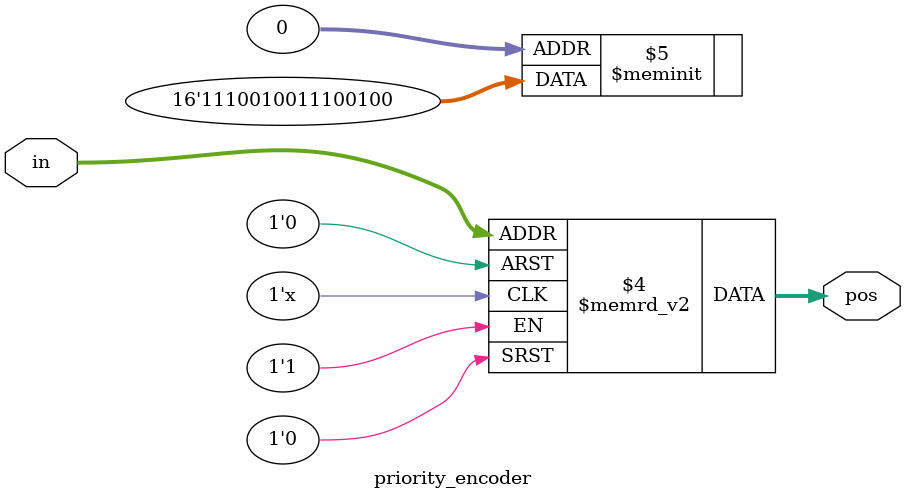
<source format=v>
module priority_encoder( 
input [2:0] in,
output reg [1:0] pos ); 
// When sel=1, assign b to out
always @ (in)
begin
	case (in)
	3'b000: pos = 2'b00;
	3'b001: pos = 2'b01;
	3'b010: pos = 2'b10;
	3'b011: pos = 2'b11;
	3'b100: pos = 2'b00;
	3'b101: pos = 2'b01;
	3'b110: pos = 2'b10;
	3'b111: pos = 2'b11;
	endcase
end
endmodule

</source>
